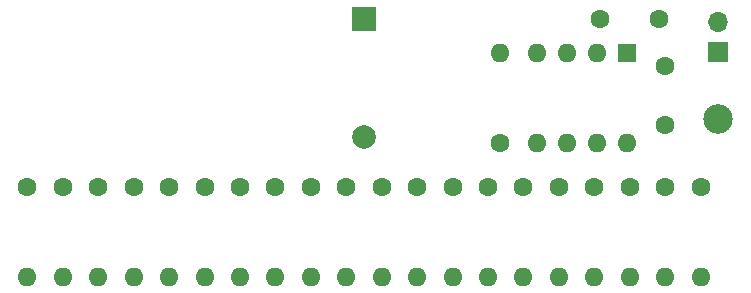
<source format=gbr>
%TF.GenerationSoftware,KiCad,Pcbnew,7.0.2-0*%
%TF.CreationDate,2023-05-23T14:09:32+01:00*%
%TF.ProjectId,pcb-stylophone,7063622d-7374-4796-9c6f-70686f6e652e,rev?*%
%TF.SameCoordinates,Original*%
%TF.FileFunction,Soldermask,Bot*%
%TF.FilePolarity,Negative*%
%FSLAX46Y46*%
G04 Gerber Fmt 4.6, Leading zero omitted, Abs format (unit mm)*
G04 Created by KiCad (PCBNEW 7.0.2-0) date 2023-05-23 14:09:32*
%MOMM*%
%LPD*%
G01*
G04 APERTURE LIST*
%ADD10R,1.600000X1.600000*%
%ADD11O,1.600000X1.600000*%
%ADD12C,1.600000*%
%ADD13R,2.000000X2.000000*%
%ADD14C,2.000000*%
%ADD15C,2.500000*%
%ADD16R,1.700000X1.700000*%
%ADD17O,1.700000X1.700000*%
G04 APERTURE END LIST*
D10*
%TO.C,U1*%
X154800000Y-105380000D03*
D11*
X152260000Y-105380000D03*
X149720000Y-105380000D03*
X147180000Y-105380000D03*
X147180000Y-113000000D03*
X149720000Y-113000000D03*
X152260000Y-113000000D03*
X154800000Y-113000000D03*
%TD*%
D12*
%TO.C,R16*%
X119000000Y-116690000D03*
D11*
X119000000Y-124310000D03*
%TD*%
D12*
%TO.C,R2*%
X161000000Y-116690000D03*
D11*
X161000000Y-124310000D03*
%TD*%
D13*
%TO.C,LS1*%
X132500000Y-102500000D03*
D14*
X132500000Y-112500000D03*
%TD*%
D12*
%TO.C,R18*%
X113000000Y-116690000D03*
D11*
X113000000Y-124310000D03*
%TD*%
D12*
%TO.C,R17*%
X116000000Y-116690000D03*
D11*
X116000000Y-124310000D03*
%TD*%
D12*
%TO.C,R20*%
X107000000Y-116690000D03*
D11*
X107000000Y-124310000D03*
%TD*%
D12*
%TO.C,R13*%
X128000000Y-116690000D03*
D11*
X128000000Y-124310000D03*
%TD*%
D15*
%TO.C,J22*%
X162500000Y-111000000D03*
%TD*%
D12*
%TO.C,C2*%
X152500000Y-102500000D03*
X157500000Y-102500000D03*
%TD*%
%TO.C,R11*%
X134000000Y-116690000D03*
D11*
X134000000Y-124310000D03*
%TD*%
D16*
%TO.C,J1*%
X162500000Y-105275000D03*
D17*
X162500000Y-102735000D03*
%TD*%
D12*
%TO.C,R10*%
X137000000Y-116690000D03*
D11*
X137000000Y-124310000D03*
%TD*%
D12*
%TO.C,R8*%
X143000000Y-116690000D03*
D11*
X143000000Y-124310000D03*
%TD*%
D12*
%TO.C,R12*%
X131000000Y-116690000D03*
D11*
X131000000Y-124310000D03*
%TD*%
D12*
%TO.C,R1*%
X144000000Y-112990000D03*
D11*
X144000000Y-105370000D03*
%TD*%
D12*
%TO.C,R15*%
X122000000Y-116690000D03*
D11*
X122000000Y-124310000D03*
%TD*%
D12*
%TO.C,R6*%
X149000000Y-116690000D03*
D11*
X149000000Y-124310000D03*
%TD*%
D12*
%TO.C,C1*%
X158000000Y-111500000D03*
X158000000Y-106500000D03*
%TD*%
%TO.C,R19*%
X110000000Y-116690000D03*
D11*
X110000000Y-124310000D03*
%TD*%
D12*
%TO.C,R3*%
X158000000Y-116690000D03*
D11*
X158000000Y-124310000D03*
%TD*%
D12*
%TO.C,R4*%
X155000000Y-116690000D03*
D11*
X155000000Y-124310000D03*
%TD*%
D12*
%TO.C,R21*%
X104000000Y-116690000D03*
D11*
X104000000Y-124310000D03*
%TD*%
D12*
%TO.C,R7*%
X146000000Y-116690000D03*
D11*
X146000000Y-124310000D03*
%TD*%
D12*
%TO.C,R9*%
X140000000Y-116690000D03*
D11*
X140000000Y-124310000D03*
%TD*%
D12*
%TO.C,R5*%
X152000000Y-116690000D03*
D11*
X152000000Y-124310000D03*
%TD*%
D12*
%TO.C,R14*%
X125000000Y-116690000D03*
D11*
X125000000Y-124310000D03*
%TD*%
M02*

</source>
